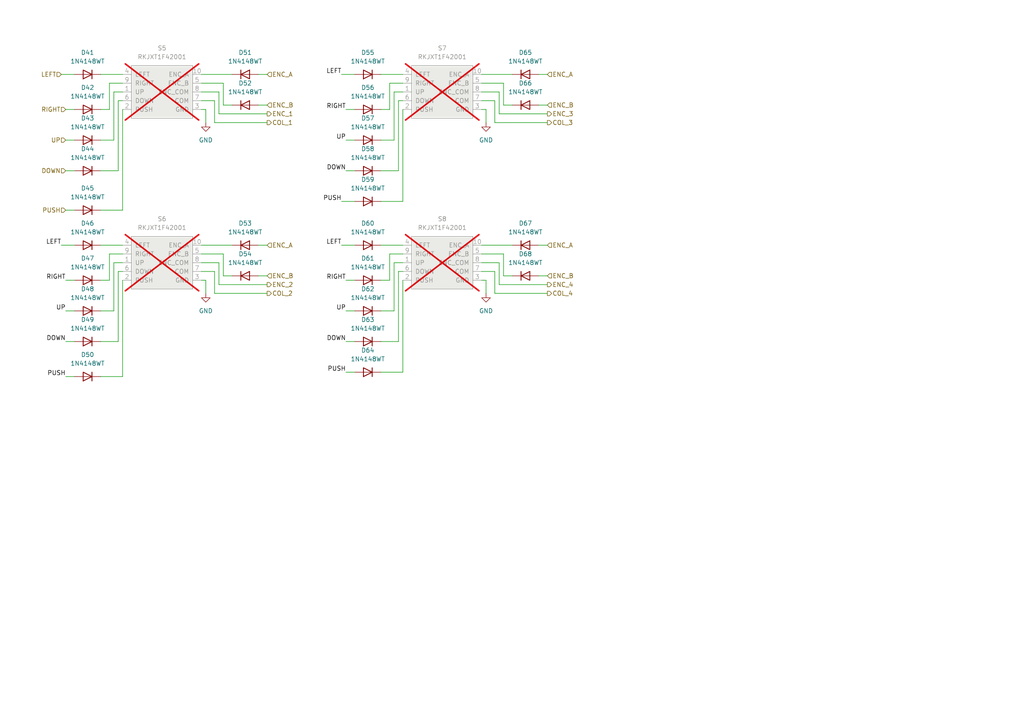
<source format=kicad_sch>
(kicad_sch (version 20230121) (generator eeschema)
  (paper "A4")
  (lib_symbols
    (symbol "Alps:RKJXT1F42001" (pin_names (offset 1.016))
      (property "Reference" "S" (at 0 12.7 0))
      (property "Value" "RKJXT1F42001" (at 0 10.16 0))
      (symbol "RKJXT1F42001_0_1"
        (rectangle (start -8.89 7.62) (end 8.89 -7.62) (fill (type background)))
      )
      (symbol "RKJXT1F42001_1_1"
        (pin passive line (at -11.43 0 0) (length 2.54) (name "UP") (number "1"))
        (pin passive line (at 11.43 5.08 180) (length 2.54) (name "ENC_A") (number "10"))
        (pin passive line (at -11.43 -5.08 0) (length 2.54) (name "PUSH") (number "2"))
        (pin passive line (at 11.43 -5.08 180) (length 2.54) (name "GND") (number "3"))
        (pin passive line (at -11.43 5.08 0) (length 2.54) (name "LEFT") (number "4"))
        (pin passive line (at 11.43 2.54 180) (length 2.54) (name "ENC_B") (number "5"))
        (pin passive line (at -11.43 -2.54 0) (length 2.54) (name "DOWN") (number "6"))
        (pin passive line (at 11.43 -2.54 180) (length 2.54) (name "COM") (number "7"))
        (pin passive line (at 11.43 0 180) (length 2.54) (name "ENC_COM") (number "8"))
        (pin passive line (at -11.43 2.54 0) (length 2.54) (name "RIGHT") (number "9"))
      )
    )
    (symbol "Diode:1N4148WT" (pin_numbers hide) (pin_names hide)
      (property "Reference" "D" (at 0 2.54 0))
      (property "Value" "1N4148WT" (at 0 -2.54 0))
      (symbol "1N4148WT_0_1"
        (polyline (pts (xy -1.27 1.27) (xy -1.27 -1.27)) (stroke (width 0.254)))
        (polyline (pts (xy 1.27 0) (xy -1.27 0)))
        (polyline (pts (xy 1.27 1.27) (xy 1.27 -1.27) (xy -1.27 0) (xy 1.27 1.27)) (stroke (width 0.254)))
      )
      (symbol "1N4148WT_1_1"
        (pin passive line (at -3.81 0 0) (length 2.54) (name "K") (number "1"))
        (pin passive line (at 3.81 0 180) (length 2.54) (name "A") (number "2"))
      )
    )
    (symbol "power:GND" (power) (pin_names (offset 0))
      (property "Value" "GND" (at 0 -3.81 0))
      (symbol "GND_0_1"
        (polyline (pts (xy 0 0) (xy 0 -1.27) (xy 1.27 -1.27) (xy 0 -2.54) (xy -1.27 -1.27) (xy 0 -1.27)))
      )
      (symbol "GND_1_1"
        (pin power_in line (at 0 0 270) (length 0) hide (name "GND") (number "1"))
      )
    )
  )
  (wire (pts (xy 116.84 81.28) (xy 116.84 107.95)))
  (wire (pts (xy 29.21 49.53) (xy 34.29 49.53)))
  (wire (pts (xy 58.42 78.74) (xy 62.23 78.74)))
  (wire (pts (xy 29.21 99.06) (xy 34.29 99.06)))
  (wire (pts (xy 113.03 73.66) (xy 116.84 73.66)))
  (wire (pts (xy 115.57 99.06) (xy 115.57 78.74)))
  (wire (pts (xy 63.5 82.55) (xy 77.47 82.55)))
  (wire (pts (xy 99.06 21.59) (xy 102.87 21.59)))
  (wire (pts (xy 156.21 21.59) (xy 158.75 21.59)))
  (wire (pts (xy 74.93 80.01) (xy 77.47 80.01)))
  (wire (pts (xy 33.02 90.17) (xy 33.02 76.2)))
  (wire (pts (xy 110.49 21.59) (xy 116.84 21.59)))
  (wire (pts (xy 58.42 29.21) (xy 62.23 29.21)))
  (wire (pts (xy 102.87 49.53) (xy 100.33 49.53)))
  (wire (pts (xy 100.33 90.17) (xy 102.87 90.17)))
  (wire (pts (xy 63.5 26.67) (xy 58.42 26.67)))
  (wire (pts (xy 100.33 107.95) (xy 102.87 107.95)))
  (wire (pts (xy 116.84 31.75) (xy 116.84 58.42)))
  (wire (pts (xy 110.49 49.53) (xy 115.57 49.53)))
  (wire (pts (xy 59.69 85.09) (xy 59.69 81.28)))
  (wire (pts (xy 62.23 85.09) (xy 77.47 85.09)))
  (wire (pts (xy 139.7 73.66) (xy 146.05 73.66)))
  (wire (pts (xy 115.57 78.74) (xy 116.84 78.74)))
  (wire (pts (xy 140.97 85.09) (xy 140.97 81.28)))
  (wire (pts (xy 140.97 31.75) (xy 139.7 31.75)))
  (wire (pts (xy 64.77 80.01) (xy 67.31 80.01)))
  (wire (pts (xy 34.29 29.21) (xy 35.56 29.21)))
  (wire (pts (xy 110.49 71.12) (xy 116.84 71.12)))
  (wire (pts (xy 143.51 35.56) (xy 158.75 35.56)))
  (wire (pts (xy 62.23 35.56) (xy 77.47 35.56)))
  (wire (pts (xy 35.56 81.28) (xy 35.56 109.22)))
  (wire (pts (xy 74.93 30.48) (xy 77.47 30.48)))
  (wire (pts (xy 63.5 82.55) (xy 63.5 76.2)))
  (wire (pts (xy 31.75 31.75) (xy 31.75 24.13)))
  (wire (pts (xy 19.05 31.75) (xy 21.59 31.75)))
  (wire (pts (xy 115.57 49.53) (xy 115.57 29.21)))
  (wire (pts (xy 110.49 99.06) (xy 115.57 99.06)))
  (wire (pts (xy 34.29 78.74) (xy 35.56 78.74)))
  (wire (pts (xy 62.23 78.74) (xy 62.23 85.09)))
  (wire (pts (xy 19.05 40.64) (xy 21.59 40.64)))
  (wire (pts (xy 110.49 31.75) (xy 113.03 31.75)))
  (wire (pts (xy 156.21 30.48) (xy 158.75 30.48)))
  (wire (pts (xy 110.49 40.64) (xy 114.3 40.64)))
  (wire (pts (xy 114.3 76.2) (xy 116.84 76.2)))
  (wire (pts (xy 29.21 40.64) (xy 33.02 40.64)))
  (wire (pts (xy 110.49 81.28) (xy 113.03 81.28)))
  (wire (pts (xy 58.42 24.13) (xy 64.77 24.13)))
  (wire (pts (xy 146.05 80.01) (xy 148.59 80.01)))
  (wire (pts (xy 139.7 29.21) (xy 143.51 29.21)))
  (wire (pts (xy 100.33 81.28) (xy 102.87 81.28)))
  (wire (pts (xy 114.3 40.64) (xy 114.3 26.67)))
  (wire (pts (xy 64.77 30.48) (xy 67.31 30.48)))
  (wire (pts (xy 113.03 81.28) (xy 113.03 73.66)))
  (wire (pts (xy 139.7 24.13) (xy 146.05 24.13)))
  (wire (pts (xy 58.42 73.66) (xy 64.77 73.66)))
  (wire (pts (xy 59.69 81.28) (xy 58.42 81.28)))
  (wire (pts (xy 33.02 40.64) (xy 33.02 26.67)))
  (wire (pts (xy 29.21 81.28) (xy 31.75 81.28)))
  (wire (pts (xy 110.49 58.42) (xy 116.84 58.42)))
  (wire (pts (xy 100.33 31.75) (xy 102.87 31.75)))
  (wire (pts (xy 113.03 31.75) (xy 113.03 24.13)))
  (wire (pts (xy 144.78 76.2) (xy 139.7 76.2)))
  (wire (pts (xy 146.05 30.48) (xy 148.59 30.48)))
  (wire (pts (xy 19.05 109.22) (xy 21.59 109.22)))
  (wire (pts (xy 144.78 33.02) (xy 158.75 33.02)))
  (wire (pts (xy 156.21 80.01) (xy 158.75 80.01)))
  (wire (pts (xy 144.78 26.67) (xy 139.7 26.67)))
  (wire (pts (xy 58.42 21.59) (xy 67.31 21.59)))
  (wire (pts (xy 115.57 29.21) (xy 116.84 29.21)))
  (wire (pts (xy 110.49 107.95) (xy 116.84 107.95)))
  (wire (pts (xy 113.03 24.13) (xy 116.84 24.13)))
  (wire (pts (xy 19.05 81.28) (xy 21.59 81.28)))
  (wire (pts (xy 139.7 78.74) (xy 143.51 78.74)))
  (wire (pts (xy 17.78 21.59) (xy 21.59 21.59)))
  (wire (pts (xy 144.78 82.55) (xy 144.78 76.2)))
  (wire (pts (xy 64.77 30.48) (xy 64.77 24.13)))
  (wire (pts (xy 143.51 78.74) (xy 143.51 85.09)))
  (wire (pts (xy 35.56 60.96) (xy 29.21 60.96)))
  (wire (pts (xy 34.29 49.53) (xy 34.29 29.21)))
  (wire (pts (xy 114.3 26.67) (xy 116.84 26.67)))
  (wire (pts (xy 29.21 21.59) (xy 35.56 21.59)))
  (wire (pts (xy 19.05 60.96) (xy 21.59 60.96)))
  (wire (pts (xy 64.77 80.01) (xy 64.77 73.66)))
  (wire (pts (xy 21.59 49.53) (xy 19.05 49.53)))
  (wire (pts (xy 139.7 71.12) (xy 148.59 71.12)))
  (wire (pts (xy 144.78 82.55) (xy 158.75 82.55)))
  (wire (pts (xy 34.29 99.06) (xy 34.29 78.74)))
  (wire (pts (xy 21.59 99.06) (xy 19.05 99.06)))
  (wire (pts (xy 99.06 58.42) (xy 102.87 58.42)))
  (wire (pts (xy 63.5 33.02) (xy 77.47 33.02)))
  (wire (pts (xy 139.7 21.59) (xy 148.59 21.59)))
  (wire (pts (xy 100.33 40.64) (xy 102.87 40.64)))
  (wire (pts (xy 156.21 71.12) (xy 158.75 71.12)))
  (wire (pts (xy 114.3 90.17) (xy 114.3 76.2)))
  (wire (pts (xy 63.5 76.2) (xy 58.42 76.2)))
  (wire (pts (xy 62.23 29.21) (xy 62.23 35.56)))
  (wire (pts (xy 140.97 35.56) (xy 140.97 31.75)))
  (wire (pts (xy 144.78 33.02) (xy 144.78 26.67)))
  (wire (pts (xy 110.49 90.17) (xy 114.3 90.17)))
  (wire (pts (xy 29.21 90.17) (xy 33.02 90.17)))
  (wire (pts (xy 31.75 73.66) (xy 35.56 73.66)))
  (wire (pts (xy 99.06 71.12) (xy 102.87 71.12)))
  (wire (pts (xy 74.93 21.59) (xy 77.47 21.59)))
  (wire (pts (xy 33.02 76.2) (xy 35.56 76.2)))
  (wire (pts (xy 59.69 31.75) (xy 58.42 31.75)))
  (wire (pts (xy 146.05 30.48) (xy 146.05 24.13)))
  (wire (pts (xy 143.51 29.21) (xy 143.51 35.56)))
  (wire (pts (xy 146.05 80.01) (xy 146.05 73.66)))
  (wire (pts (xy 140.97 81.28) (xy 139.7 81.28)))
  (wire (pts (xy 102.87 99.06) (xy 100.33 99.06)))
  (wire (pts (xy 59.69 35.56) (xy 59.69 31.75)))
  (wire (pts (xy 29.21 71.12) (xy 35.56 71.12)))
  (wire (pts (xy 63.5 33.02) (xy 63.5 26.67)))
  (wire (pts (xy 35.56 31.75) (xy 35.56 60.96)))
  (wire (pts (xy 74.93 71.12) (xy 77.47 71.12)))
  (wire (pts (xy 31.75 81.28) (xy 31.75 73.66)))
  (wire (pts (xy 35.56 109.22) (xy 29.21 109.22)))
  (wire (pts (xy 33.02 26.67) (xy 35.56 26.67)))
  (wire (pts (xy 29.21 31.75) (xy 31.75 31.75)))
  (wire (pts (xy 31.75 24.13) (xy 35.56 24.13)))
  (wire (pts (xy 19.05 90.17) (xy 21.59 90.17)))
  (wire (pts (xy 58.42 71.12) (xy 67.31 71.12)))
  (wire (pts (xy 143.51 85.09) (xy 158.75 85.09)))
  (wire (pts (xy 17.78 71.12) (xy 21.59 71.12)))
  (label "DOWN" (at 100.33 49.53 180))
  (label "LEFT" (at 99.06 71.12 180))
  (label "DOWN" (at 100.33 99.06 180))
  (label "UP" (at 19.05 90.17 180))
  (label "LEFT" (at 17.78 71.12 180))
  (label "RIGHT" (at 19.05 81.28 180))
  (label "RIGHT" (at 100.33 31.75 180))
  (label "PUSH" (at 100.33 107.95 180))
  (label "RIGHT" (at 100.33 81.28 180))
  (label "UP" (at 100.33 90.17 180))
  (label "LEFT" (at 99.06 21.59 180))
  (label "PUSH" (at 99.06 58.42 180))
  (label "DOWN" (at 19.05 99.06 180))
  (label "UP" (at 100.33 40.64 180))
  (label "PUSH" (at 19.05 109.22 180))
  (hierarchical_label "ENC_A" (shape input) (at 77.47 21.59 0))
  (hierarchical_label "ENC_4" (shape output) (at 158.75 82.55 0))
  (hierarchical_label "ENC_2" (shape output) (at 77.47 82.55 0))
  (hierarchical_label "RIGHT" (shape input) (at 19.05 31.75 180))
  (hierarchical_label "ENC_B" (shape input) (at 158.75 30.48 0))
  (hierarchical_label "COL_1" (shape output) (at 77.47 35.56 0))
  (hierarchical_label "ENC_B" (shape input) (at 77.47 80.01 0))
  (hierarchical_label "ENC_A" (shape input) (at 77.47 71.12 0))
  (hierarchical_label "COL_2" (shape output) (at 77.47 85.09 0))
  (hierarchical_label "ENC_3" (shape output) (at 158.75 33.02 0))
  (hierarchical_label "DOWN" (shape input) (at 19.05 49.53 180))
  (hierarchical_label "COL_3" (shape output) (at 158.75 35.56 0))
  (hierarchical_label "COL_4" (shape output) (at 158.75 85.09 0))
  (hierarchical_label "UP" (shape input) (at 19.05 40.64 180))
  (hierarchical_label "ENC_1" (shape output) (at 77.47 33.02 0))
  (hierarchical_label "LEFT" (shape input) (at 17.78 21.59 180))
  (hierarchical_label "ENC_B" (shape input) (at 158.75 80.01 0))
  (hierarchical_label "ENC_A" (shape input) (at 158.75 71.12 0))
  (hierarchical_label "ENC_B" (shape input) (at 77.47 30.48 0))
  (hierarchical_label "PUSH" (shape input) (at 19.05 60.96 180))
  (hierarchical_label "ENC_A" (shape input) (at 158.75 21.59 0))
  (symbol (lib_id "Diode:1N4148WT") (at 106.68 31.75 180) (unit 1)
    (property "Reference" "D56" (at 106.68 25.4 0))
    (property "Value" "1N4148WT" (at 106.68 27.94 0))
    (property "Footprint" "Diode_SMD:D_SOD-523" (effects hide))
    (property "Datasheet" "https://www.diodes.com/assets/Datasheets/ds30396.pdf" (effects hide))
    (property "Sim.Device" "D" (effects hide))
    (property "Sim.Pins" "1=K 2=A" (effects hide))
  )
  (symbol (lib_id "Diode:1N4148WT") (at 25.4 31.75 180) (unit 1)
    (property "Reference" "D42" (at 25.4 25.4 0))
    (property "Value" "1N4148WT" (at 25.4 27.94 0))
    (property "Footprint" "Diode_SMD:D_SOD-523" (effects hide))
    (property "Datasheet" "https://www.diodes.com/assets/Datasheets/ds30396.pdf" (effects hide))
    (property "Sim.Device" "D" (effects hide))
    (property "Sim.Pins" "1=K 2=A" (effects hide))
  )
  (symbol (lib_id "Diode:1N4148WT") (at 106.68 107.95 180) (unit 1)
    (property "Reference" "D64" (at 106.68 101.6 0))
    (property "Value" "1N4148WT" (at 106.68 104.14 0))
    (property "Footprint" "Diode_SMD:D_SOD-523" (effects hide))
    (property "Datasheet" "https://www.diodes.com/assets/Datasheets/ds30396.pdf" (effects hide))
    (property "Sim.Device" "D" (effects hide))
    (property "Sim.Pins" "1=K 2=A" (effects hide))
  )
  (symbol (lib_id "Diode:1N4148WT") (at 25.4 40.64 180) (unit 1)
    (property "Reference" "D43" (at 25.4 34.29 0))
    (property "Value" "1N4148WT" (at 25.4 36.83 0))
    (property "Footprint" "Diode_SMD:D_SOD-523" (effects hide))
    (property "Datasheet" "https://www.diodes.com/assets/Datasheets/ds30396.pdf" (effects hide))
    (property "Sim.Device" "D" (effects hide))
    (property "Sim.Pins" "1=K 2=A" (effects hide))
  )
  (symbol (lib_id "Diode:1N4148WT") (at 25.4 109.22 180) (unit 1)
    (property "Reference" "D50" (at 25.4 102.87 0))
    (property "Value" "1N4148WT" (at 25.4 105.41 0))
    (property "Footprint" "Diode_SMD:D_SOD-523" (effects hide))
    (property "Datasheet" "https://www.diodes.com/assets/Datasheets/ds30396.pdf" (effects hide))
    (property "Sim.Device" "D" (effects hide))
    (property "Sim.Pins" "1=K 2=A" (effects hide))
  )
  (symbol (lib_id "Diode:1N4148WT") (at 25.4 81.28 180) (unit 1)
    (property "Reference" "D47" (at 25.4 74.93 0))
    (property "Value" "1N4148WT" (at 25.4 77.47 0))
    (property "Footprint" "Diode_SMD:D_SOD-523" (effects hide))
    (property "Datasheet" "https://www.diodes.com/assets/Datasheets/ds30396.pdf" (effects hide))
    (property "Sim.Device" "D" (effects hide))
    (property "Sim.Pins" "1=K 2=A" (effects hide))
  )
  (symbol (lib_id "Diode:1N4148WT") (at 106.68 21.59 180) (unit 1)
    (property "Reference" "D55" (at 106.68 15.24 0))
    (property "Value" "1N4148WT" (at 106.68 17.78 0))
    (property "Footprint" "Diode_SMD:D_SOD-523" (effects hide))
    (property "Datasheet" "https://www.diodes.com/assets/Datasheets/ds30396.pdf" (effects hide))
    (property "Sim.Device" "D" (effects hide))
    (property "Sim.Pins" "1=K 2=A" (effects hide))
  )
  (symbol (lib_id "Diode:1N4148WT") (at 25.4 90.17 180) (unit 1)
    (property "Reference" "D48" (at 25.4 83.82 0))
    (property "Value" "1N4148WT" (at 25.4 86.36 0))
    (property "Footprint" "Diode_SMD:D_SOD-523" (effects hide))
    (property "Datasheet" "https://www.diodes.com/assets/Datasheets/ds30396.pdf" (effects hide))
    (property "Sim.Device" "D" (effects hide))
    (property "Sim.Pins" "1=K 2=A" (effects hide))
  )
  (symbol (lib_id "Alps:RKJXT1F42001") (at 128.27 76.2 0) (unit 1) (dnp yes)
    (property "Reference" "S8" (at 128.27 63.5 0))
    (property "Value" "RKJXT1F42001" (at 128.27 66.04 0))
    (property "Footprint" "Alps:RKJXT1F42001" (effects hide))
    (property "Datasheet" "https://tech.alpsalpine.com/prod/e/html/multicontrol/switch/rkjxt/rkjxt1f42001.html" (effects hide))
  )
  (symbol (lib_id "Diode:1N4148WT") (at 152.4 71.12 0) (unit 1)
    (property "Reference" "D67" (at 152.4 64.77 0))
    (property "Value" "1N4148WT" (at 152.4 67.31 0))
    (property "Footprint" "Diode_SMD:D_SOD-523" (effects hide))
    (property "Datasheet" "https://www.diodes.com/assets/Datasheets/ds30396.pdf" (effects hide))
    (property "Sim.Device" "D" (effects hide))
    (property "Sim.Pins" "1=K 2=A" (effects hide))
  )
  (symbol (lib_id "Alps:RKJXT1F42001") (at 46.99 76.2 0) (unit 1) (dnp yes)
    (property "Reference" "S6" (at 46.99 63.5 0))
    (property "Value" "RKJXT1F42001" (at 46.99 66.04 0))
    (property "Footprint" "Alps:RKJXT1F42001" (effects hide))
    (property "Datasheet" "https://tech.alpsalpine.com/prod/e/html/multicontrol/switch/rkjxt/rkjxt1f42001.html" (effects hide))
  )
  (symbol (lib_id "Diode:1N4148WT") (at 152.4 21.59 0) (unit 1)
    (property "Reference" "D65" (at 152.4 15.24 0))
    (property "Value" "1N4148WT" (at 152.4 17.78 0))
    (property "Footprint" "Diode_SMD:D_SOD-523" (effects hide))
    (property "Datasheet" "https://www.diodes.com/assets/Datasheets/ds30396.pdf" (effects hide))
    (property "Sim.Device" "D" (effects hide))
    (property "Sim.Pins" "1=K 2=A" (effects hide))
  )
  (symbol (lib_id "Diode:1N4148WT") (at 25.4 21.59 180) (unit 1)
    (property "Reference" "D41" (at 25.4 15.24 0))
    (property "Value" "1N4148WT" (at 25.4 17.78 0))
    (property "Footprint" "Diode_SMD:D_SOD-523" (effects hide))
    (property "Datasheet" "https://www.diodes.com/assets/Datasheets/ds30396.pdf" (effects hide))
    (property "Sim.Device" "D" (effects hide))
    (property "Sim.Pins" "1=K 2=A" (effects hide))
  )
  (symbol (lib_id "power:GND") (at 140.97 85.09 0) (unit 1)
    (property "Reference" "#PWR020" (effects hide))
    (property "Value" "GND" (at 140.97 90.17 0))
  )
  (symbol (lib_id "Diode:1N4148WT") (at 106.68 58.42 180) (unit 1)
    (property "Reference" "D59" (at 106.68 52.07 0))
    (property "Value" "1N4148WT" (at 106.68 54.61 0))
    (property "Footprint" "Diode_SMD:D_SOD-523" (effects hide))
    (property "Datasheet" "https://www.diodes.com/assets/Datasheets/ds30396.pdf" (effects hide))
    (property "Sim.Device" "D" (effects hide))
    (property "Sim.Pins" "1=K 2=A" (effects hide))
  )
  (symbol (lib_id "Diode:1N4148WT") (at 106.68 81.28 180) (unit 1)
    (property "Reference" "D61" (at 106.68 74.93 0))
    (property "Value" "1N4148WT" (at 106.68 77.47 0))
    (property "Footprint" "Diode_SMD:D_SOD-523" (effects hide))
    (property "Datasheet" "https://www.diodes.com/assets/Datasheets/ds30396.pdf" (effects hide))
    (property "Sim.Device" "D" (effects hide))
    (property "Sim.Pins" "1=K 2=A" (effects hide))
  )
  (symbol (lib_id "Diode:1N4148WT") (at 106.68 90.17 180) (unit 1)
    (property "Reference" "D62" (at 106.68 83.82 0))
    (property "Value" "1N4148WT" (at 106.68 86.36 0))
    (property "Footprint" "Diode_SMD:D_SOD-523" (effects hide))
    (property "Datasheet" "https://www.diodes.com/assets/Datasheets/ds30396.pdf" (effects hide))
    (property "Sim.Device" "D" (effects hide))
    (property "Sim.Pins" "1=K 2=A" (effects hide))
  )
  (symbol (lib_id "Alps:RKJXT1F42001") (at 46.99 26.67 0) (unit 1) (dnp yes)
    (property "Reference" "S5" (at 46.99 13.97 0))
    (property "Value" "RKJXT1F42001" (at 46.99 16.51 0))
    (property "Footprint" "Alps:RKJXT1F42001" (effects hide))
    (property "Datasheet" "https://tech.alpsalpine.com/prod/e/html/multicontrol/switch/rkjxt/rkjxt1f42001.html" (effects hide))
  )
  (symbol (lib_id "Alps:RKJXT1F42001") (at 128.27 26.67 0) (unit 1) (dnp yes)
    (property "Reference" "S7" (at 128.27 13.97 0))
    (property "Value" "RKJXT1F42001" (at 128.27 16.51 0))
    (property "Footprint" "Alps:RKJXT1F42001" (effects hide))
    (property "Datasheet" "https://tech.alpsalpine.com/prod/e/html/multicontrol/switch/rkjxt/rkjxt1f42001.html" (effects hide))
  )
  (symbol (lib_id "Diode:1N4148WT") (at 71.12 21.59 0) (unit 1)
    (property "Reference" "D51" (at 71.12 15.24 0))
    (property "Value" "1N4148WT" (at 71.12 17.78 0))
    (property "Footprint" "Diode_SMD:D_SOD-523" (effects hide))
    (property "Datasheet" "https://www.diodes.com/assets/Datasheets/ds30396.pdf" (effects hide))
    (property "Sim.Device" "D" (effects hide))
    (property "Sim.Pins" "1=K 2=A" (effects hide))
  )
  (symbol (lib_id "power:GND") (at 140.97 35.56 0) (unit 1)
    (property "Reference" "#PWR019" (effects hide))
    (property "Value" "GND" (at 140.97 40.64 0))
  )
  (symbol (lib_id "power:GND") (at 59.69 35.56 0) (unit 1)
    (property "Reference" "#PWR017" (effects hide))
    (property "Value" "GND" (at 59.69 40.64 0))
  )
  (symbol (lib_id "Diode:1N4148WT") (at 106.68 49.53 180) (unit 1)
    (property "Reference" "D58" (at 106.68 43.18 0))
    (property "Value" "1N4148WT" (at 106.68 45.72 0))
    (property "Footprint" "Diode_SMD:D_SOD-523" (effects hide))
    (property "Datasheet" "https://www.diodes.com/assets/Datasheets/ds30396.pdf" (effects hide))
    (property "Sim.Device" "D" (effects hide))
    (property "Sim.Pins" "1=K 2=A" (effects hide))
  )
  (symbol (lib_id "Diode:1N4148WT") (at 25.4 99.06 180) (unit 1)
    (property "Reference" "D49" (at 25.4 92.71 0))
    (property "Value" "1N4148WT" (at 25.4 95.25 0))
    (property "Footprint" "Diode_SMD:D_SOD-523" (effects hide))
    (property "Datasheet" "https://www.diodes.com/assets/Datasheets/ds30396.pdf" (effects hide))
    (property "Sim.Device" "D" (effects hide))
    (property "Sim.Pins" "1=K 2=A" (effects hide))
  )
  (symbol (lib_id "Diode:1N4148WT") (at 25.4 71.12 180) (unit 1)
    (property "Reference" "D46" (at 25.4 64.77 0))
    (property "Value" "1N4148WT" (at 25.4 67.31 0))
    (property "Footprint" "Diode_SMD:D_SOD-523" (effects hide))
    (property "Datasheet" "https://www.diodes.com/assets/Datasheets/ds30396.pdf" (effects hide))
    (property "Sim.Device" "D" (effects hide))
    (property "Sim.Pins" "1=K 2=A" (effects hide))
  )
  (symbol (lib_id "Diode:1N4148WT") (at 106.68 40.64 180) (unit 1)
    (property "Reference" "D57" (at 106.68 34.29 0))
    (property "Value" "1N4148WT" (at 106.68 36.83 0))
    (property "Footprint" "Diode_SMD:D_SOD-523" (effects hide))
    (property "Datasheet" "https://www.diodes.com/assets/Datasheets/ds30396.pdf" (effects hide))
    (property "Sim.Device" "D" (effects hide))
    (property "Sim.Pins" "1=K 2=A" (effects hide))
  )
  (symbol (lib_id "power:GND") (at 59.69 85.09 0) (unit 1)
    (property "Reference" "#PWR018" (effects hide))
    (property "Value" "GND" (at 59.69 90.17 0))
  )
  (symbol (lib_id "Diode:1N4148WT") (at 71.12 80.01 0) (unit 1)
    (property "Reference" "D54" (at 71.12 73.66 0))
    (property "Value" "1N4148WT" (at 71.12 76.2 0))
    (property "Footprint" "Diode_SMD:D_SOD-523" (effects hide))
    (property "Datasheet" "https://www.diodes.com/assets/Datasheets/ds30396.pdf" (effects hide))
    (property "Sim.Device" "D" (effects hide))
    (property "Sim.Pins" "1=K 2=A" (effects hide))
  )
  (symbol (lib_id "Diode:1N4148WT") (at 106.68 71.12 180) (unit 1)
    (property "Reference" "D60" (at 106.68 64.77 0))
    (property "Value" "1N4148WT" (at 106.68 67.31 0))
    (property "Footprint" "Diode_SMD:D_SOD-523" (effects hide))
    (property "Datasheet" "https://www.diodes.com/assets/Datasheets/ds30396.pdf" (effects hide))
    (property "Sim.Device" "D" (effects hide))
    (property "Sim.Pins" "1=K 2=A" (effects hide))
  )
  (symbol (lib_id "Diode:1N4148WT") (at 25.4 60.96 180) (unit 1)
    (property "Reference" "D45" (at 25.4 54.61 0))
    (property "Value" "1N4148WT" (at 25.4 57.15 0))
    (property "Footprint" "Diode_SMD:D_SOD-523" (effects hide))
    (property "Datasheet" "https://www.diodes.com/assets/Datasheets/ds30396.pdf" (effects hide))
    (property "Sim.Device" "D" (effects hide))
    (property "Sim.Pins" "1=K 2=A" (effects hide))
  )
  (symbol (lib_id "Diode:1N4148WT") (at 152.4 30.48 0) (unit 1)
    (property "Reference" "D66" (at 152.4 24.13 0))
    (property "Value" "1N4148WT" (at 152.4 26.67 0))
    (property "Footprint" "Diode_SMD:D_SOD-523" (effects hide))
    (property "Datasheet" "https://www.diodes.com/assets/Datasheets/ds30396.pdf" (effects hide))
    (property "Sim.Device" "D" (effects hide))
    (property "Sim.Pins" "1=K 2=A" (effects hide))
  )
  (symbol (lib_id "Diode:1N4148WT") (at 25.4 49.53 180) (unit 1)
    (property "Reference" "D44" (at 25.4 43.18 0))
    (property "Value" "1N4148WT" (at 25.4 45.72 0))
    (property "Footprint" "Diode_SMD:D_SOD-523" (effects hide))
    (property "Datasheet" "https://www.diodes.com/assets/Datasheets/ds30396.pdf" (effects hide))
    (property "Sim.Device" "D" (effects hide))
    (property "Sim.Pins" "1=K 2=A" (effects hide))
  )
  (symbol (lib_id "Diode:1N4148WT") (at 152.4 80.01 0) (unit 1)
    (property "Reference" "D68" (at 152.4 73.66 0))
    (property "Value" "1N4148WT" (at 152.4 76.2 0))
    (property "Footprint" "Diode_SMD:D_SOD-523" (effects hide))
    (property "Datasheet" "https://www.diodes.com/assets/Datasheets/ds30396.pdf" (effects hide))
    (property "Sim.Device" "D" (effects hide))
    (property "Sim.Pins" "1=K 2=A" (effects hide))
  )
  (symbol (lib_id "Diode:1N4148WT") (at 106.68 99.06 180) (unit 1)
    (property "Reference" "D63" (at 106.68 92.71 0))
    (property "Value" "1N4148WT" (at 106.68 95.25 0))
    (property "Footprint" "Diode_SMD:D_SOD-523" (effects hide))
    (property "Datasheet" "https://www.diodes.com/assets/Datasheets/ds30396.pdf" (effects hide))
    (property "Sim.Device" "D" (effects hide))
    (property "Sim.Pins" "1=K 2=A" (effects hide))
  )
  (symbol (lib_id "Diode:1N4148WT") (at 71.12 30.48 0) (unit 1)
    (property "Reference" "D52" (at 71.12 24.13 0))
    (property "Value" "1N4148WT" (at 71.12 26.67 0))
    (property "Footprint" "Diode_SMD:D_SOD-523" (effects hide))
    (property "Datasheet" "https://www.diodes.com/assets/Datasheets/ds30396.pdf" (effects hide))
    (property "Sim.Device" "D" (effects hide))
    (property "Sim.Pins" "1=K 2=A" (effects hide))
  )
  (symbol (lib_id "Diode:1N4148WT") (at 71.12 71.12 0) (unit 1)
    (property "Reference" "D53" (at 71.12 64.77 0))
    (property "Value" "1N4148WT" (at 71.12 67.31 0))
    (property "Footprint" "Diode_SMD:D_SOD-523" (effects hide))
    (property "Datasheet" "https://www.diodes.com/assets/Datasheets/ds30396.pdf" (effects hide))
    (property "Sim.Device" "D" (effects hide))
    (property "Sim.Pins" "1=K 2=A" (effects hide))
  )
)
</source>
